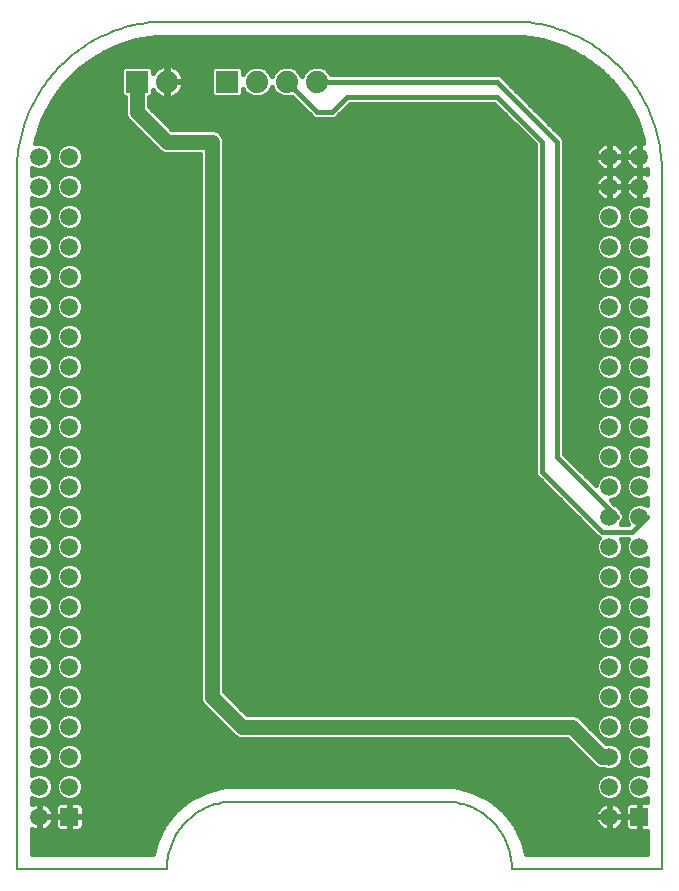
<source format=gtl>
G75*
%MOIN*%
%OFA0B0*%
%FSLAX24Y24*%
%IPPOS*%
%LPD*%
%AMOC8*
5,1,8,0,0,1.08239X$1,22.5*
%
%ADD10C,0.0050*%
%ADD11R,0.0594X0.0594*%
%ADD12C,0.0594*%
%ADD13R,0.0740X0.0740*%
%ADD14C,0.0740*%
%ADD15C,0.0160*%
%ADD16C,0.0500*%
D10*
X000500Y006250D02*
X005500Y006250D01*
X005502Y006343D01*
X005508Y006436D01*
X005517Y006528D01*
X005531Y006620D01*
X005548Y006712D01*
X005569Y006802D01*
X005594Y006892D01*
X005622Y006981D01*
X005654Y007068D01*
X005690Y007154D01*
X005729Y007238D01*
X005771Y007321D01*
X005817Y007402D01*
X005866Y007481D01*
X005919Y007557D01*
X005974Y007632D01*
X006033Y007704D01*
X006095Y007774D01*
X006159Y007841D01*
X006226Y007905D01*
X006296Y007967D01*
X006368Y008026D01*
X006443Y008081D01*
X006519Y008134D01*
X006598Y008183D01*
X006679Y008229D01*
X006762Y008271D01*
X006846Y008310D01*
X006932Y008346D01*
X007019Y008378D01*
X007108Y008406D01*
X007198Y008431D01*
X007288Y008452D01*
X007380Y008469D01*
X007472Y008483D01*
X007564Y008492D01*
X007657Y008498D01*
X007750Y008500D01*
X014750Y008500D01*
X014843Y008498D01*
X014936Y008492D01*
X015028Y008483D01*
X015120Y008469D01*
X015212Y008452D01*
X015302Y008431D01*
X015392Y008406D01*
X015481Y008378D01*
X015568Y008346D01*
X015654Y008310D01*
X015738Y008271D01*
X015821Y008229D01*
X015902Y008183D01*
X015981Y008134D01*
X016057Y008081D01*
X016132Y008026D01*
X016204Y007967D01*
X016274Y007905D01*
X016341Y007841D01*
X016405Y007774D01*
X016467Y007704D01*
X016526Y007632D01*
X016581Y007557D01*
X016634Y007481D01*
X016683Y007402D01*
X016729Y007321D01*
X016771Y007238D01*
X016810Y007154D01*
X016846Y007068D01*
X016878Y006981D01*
X016906Y006892D01*
X016931Y006802D01*
X016952Y006712D01*
X016969Y006620D01*
X016983Y006528D01*
X016992Y006436D01*
X016998Y006343D01*
X017000Y006250D01*
X022000Y006250D01*
X022000Y029500D01*
X021998Y029640D01*
X021992Y029780D01*
X021982Y029920D01*
X021969Y030060D01*
X021951Y030199D01*
X021929Y030338D01*
X021904Y030475D01*
X021875Y030613D01*
X021842Y030749D01*
X021805Y030884D01*
X021764Y031018D01*
X021719Y031151D01*
X021671Y031283D01*
X021619Y031413D01*
X021564Y031542D01*
X021505Y031669D01*
X021442Y031795D01*
X021376Y031919D01*
X021307Y032040D01*
X021234Y032160D01*
X021157Y032278D01*
X021078Y032393D01*
X020995Y032507D01*
X020909Y032617D01*
X020820Y032726D01*
X020728Y032832D01*
X020633Y032935D01*
X020536Y033036D01*
X020435Y033133D01*
X020332Y033228D01*
X020226Y033320D01*
X020117Y033409D01*
X020007Y033495D01*
X019893Y033578D01*
X019778Y033657D01*
X019660Y033734D01*
X019540Y033807D01*
X019419Y033876D01*
X019295Y033942D01*
X019169Y034005D01*
X019042Y034064D01*
X018913Y034119D01*
X018783Y034171D01*
X018651Y034219D01*
X018518Y034264D01*
X018384Y034305D01*
X018249Y034342D01*
X018113Y034375D01*
X017975Y034404D01*
X017838Y034429D01*
X017699Y034451D01*
X017560Y034469D01*
X017420Y034482D01*
X017280Y034492D01*
X017140Y034498D01*
X017000Y034500D01*
X005500Y034500D01*
X005360Y034498D01*
X005220Y034492D01*
X005080Y034482D01*
X004940Y034469D01*
X004801Y034451D01*
X004662Y034429D01*
X004525Y034404D01*
X004387Y034375D01*
X004251Y034342D01*
X004116Y034305D01*
X003982Y034264D01*
X003849Y034219D01*
X003717Y034171D01*
X003587Y034119D01*
X003458Y034064D01*
X003331Y034005D01*
X003205Y033942D01*
X003081Y033876D01*
X002960Y033807D01*
X002840Y033734D01*
X002722Y033657D01*
X002607Y033578D01*
X002493Y033495D01*
X002383Y033409D01*
X002274Y033320D01*
X002168Y033228D01*
X002065Y033133D01*
X001964Y033036D01*
X001867Y032935D01*
X001772Y032832D01*
X001680Y032726D01*
X001591Y032617D01*
X001505Y032507D01*
X001422Y032393D01*
X001343Y032278D01*
X001266Y032160D01*
X001193Y032040D01*
X001124Y031919D01*
X001058Y031795D01*
X000995Y031669D01*
X000936Y031542D01*
X000881Y031413D01*
X000829Y031283D01*
X000781Y031151D01*
X000736Y031018D01*
X000695Y030884D01*
X000658Y030749D01*
X000625Y030613D01*
X000596Y030475D01*
X000571Y030338D01*
X000549Y030199D01*
X000531Y030060D01*
X000518Y029920D01*
X000508Y029780D01*
X000502Y029640D01*
X000500Y029500D01*
X000500Y006250D01*
D11*
X002250Y008000D03*
X021250Y008000D03*
D12*
X021250Y009000D03*
X021250Y010000D03*
X021250Y011000D03*
X021250Y012000D03*
X021250Y013000D03*
X021250Y014000D03*
X021250Y015000D03*
X021250Y016000D03*
X021250Y017000D03*
X021250Y018000D03*
X021250Y019000D03*
X021250Y020000D03*
X021250Y021000D03*
X021250Y022000D03*
X021250Y023000D03*
X021250Y024000D03*
X021250Y025000D03*
X021250Y026000D03*
X021250Y027000D03*
X021250Y028000D03*
X021250Y029000D03*
X021250Y030000D03*
X020250Y030000D03*
X020250Y029000D03*
X020250Y028000D03*
X020250Y027000D03*
X020250Y026000D03*
X020250Y025000D03*
X020250Y024000D03*
X020250Y023000D03*
X020250Y022000D03*
X020250Y021000D03*
X020250Y020000D03*
X020250Y019000D03*
X020250Y018000D03*
X020250Y017000D03*
X020250Y016000D03*
X020250Y015000D03*
X020250Y014000D03*
X020250Y013000D03*
X020250Y012000D03*
X020250Y011000D03*
X020250Y010000D03*
X020250Y009000D03*
X020250Y008000D03*
X002250Y009000D03*
X002250Y010000D03*
X002250Y011000D03*
X002250Y012000D03*
X002250Y013000D03*
X002250Y014000D03*
X002250Y015000D03*
X002250Y016000D03*
X002250Y017000D03*
X002250Y018000D03*
X002250Y019000D03*
X002250Y020000D03*
X002250Y021000D03*
X002250Y022000D03*
X002250Y023000D03*
X002250Y024000D03*
X002250Y025000D03*
X002250Y026000D03*
X002250Y027000D03*
X002250Y028000D03*
X002250Y029000D03*
X002250Y030000D03*
X001250Y030000D03*
X001250Y029000D03*
X001250Y028000D03*
X001250Y027000D03*
X001250Y026000D03*
X001250Y025000D03*
X001250Y024000D03*
X001250Y023000D03*
X001250Y022000D03*
X001250Y021000D03*
X001250Y020000D03*
X001250Y019000D03*
X001250Y018000D03*
X001250Y017000D03*
X001250Y016000D03*
X001250Y015000D03*
X001250Y014000D03*
X001250Y013000D03*
X001250Y012000D03*
X001250Y011000D03*
X001250Y010000D03*
X001250Y009000D03*
X001250Y008000D03*
D13*
X004500Y032500D03*
X007500Y032500D03*
D14*
X008500Y032500D03*
X009500Y032500D03*
X010500Y032500D03*
X005500Y032500D03*
D15*
X005520Y032517D02*
X006970Y032517D01*
X006970Y032359D02*
X006032Y032359D01*
X006036Y032371D02*
X006050Y032457D01*
X006050Y032480D01*
X005520Y032480D01*
X005520Y032520D01*
X006050Y032520D01*
X006050Y032543D01*
X006036Y032629D01*
X006010Y032711D01*
X005970Y032788D01*
X005920Y032858D01*
X005858Y032920D01*
X005788Y032970D01*
X005711Y033010D01*
X005629Y033036D01*
X005543Y033050D01*
X005520Y033050D01*
X005520Y032520D01*
X005480Y032520D01*
X005480Y033050D01*
X005457Y033050D01*
X005371Y033036D01*
X005289Y033010D01*
X005212Y032970D01*
X005142Y032920D01*
X005080Y032858D01*
X005030Y032789D01*
X005030Y032936D01*
X004936Y033030D01*
X004064Y033030D01*
X003970Y032936D01*
X003970Y032064D01*
X004064Y031970D01*
X004090Y031970D01*
X004090Y031418D01*
X004152Y031268D01*
X005152Y030268D01*
X005268Y030152D01*
X005418Y030090D01*
X006590Y030090D01*
X006590Y011918D01*
X006652Y011768D01*
X007652Y010768D01*
X007768Y010652D01*
X007918Y010590D01*
X018830Y010590D01*
X019768Y009652D01*
X019918Y009590D01*
X020046Y009590D01*
X020159Y009543D01*
X020341Y009543D01*
X020509Y009613D01*
X020637Y009741D01*
X020707Y009909D01*
X020707Y010091D01*
X020637Y010259D01*
X020509Y010387D01*
X020341Y010457D01*
X020159Y010457D01*
X020134Y010446D01*
X019232Y011348D01*
X019082Y011410D01*
X008170Y011410D01*
X007410Y012170D01*
X007410Y030582D01*
X007348Y030732D01*
X007232Y030848D01*
X007082Y030910D01*
X005670Y030910D01*
X004910Y031670D01*
X004910Y031970D01*
X004936Y031970D01*
X005030Y032064D01*
X005030Y032211D01*
X005080Y032142D01*
X005142Y032080D01*
X005212Y032030D01*
X005289Y031990D01*
X005371Y031964D01*
X005457Y031950D01*
X005480Y031950D01*
X005480Y032480D01*
X005520Y032480D01*
X005520Y031950D01*
X005543Y031950D01*
X005629Y031964D01*
X005711Y031990D01*
X005788Y032030D01*
X005858Y032080D01*
X005920Y032142D01*
X005970Y032212D01*
X006010Y032289D01*
X006036Y032371D01*
X005962Y032200D02*
X006970Y032200D01*
X006970Y032064D02*
X007064Y031970D01*
X007936Y031970D01*
X008030Y032064D01*
X008030Y032250D01*
X008051Y032200D01*
X008200Y032051D01*
X008395Y031970D01*
X008605Y031970D01*
X008800Y032051D01*
X008949Y032200D01*
X009000Y032322D01*
X009051Y032200D01*
X009200Y032051D01*
X009395Y031970D01*
X009605Y031970D01*
X009666Y031995D01*
X010364Y031297D01*
X010452Y031260D01*
X011048Y031260D01*
X011136Y031297D01*
X011203Y031364D01*
X011599Y031760D01*
X016401Y031760D01*
X017760Y030401D01*
X017760Y019452D01*
X017797Y019364D01*
X017864Y019297D01*
X019864Y017297D01*
X019890Y017286D01*
X019863Y017259D01*
X019793Y017091D01*
X019793Y016909D01*
X019863Y016741D01*
X019991Y016613D01*
X020159Y016543D01*
X020341Y016543D01*
X020509Y016613D01*
X020637Y016741D01*
X020707Y016909D01*
X020707Y017091D01*
X020637Y017259D01*
X020636Y017260D01*
X020864Y017260D01*
X020863Y017259D01*
X020793Y017091D01*
X020793Y016909D01*
X020863Y016741D01*
X020991Y016613D01*
X021159Y016543D01*
X021341Y016543D01*
X021495Y016607D01*
X021495Y016393D01*
X021341Y016457D01*
X021159Y016457D01*
X020991Y016387D01*
X020863Y016259D01*
X020793Y016091D01*
X020793Y015909D01*
X020863Y015741D01*
X020991Y015613D01*
X021159Y015543D01*
X021341Y015543D01*
X021495Y015607D01*
X021495Y015393D01*
X021341Y015457D01*
X021159Y015457D01*
X020991Y015387D01*
X020863Y015259D01*
X020793Y015091D01*
X020793Y014909D01*
X020863Y014741D01*
X020991Y014613D01*
X021159Y014543D01*
X021341Y014543D01*
X021495Y014607D01*
X021495Y014393D01*
X021341Y014457D01*
X021159Y014457D01*
X020991Y014387D01*
X020863Y014259D01*
X020793Y014091D01*
X020793Y013909D01*
X020863Y013741D01*
X020991Y013613D01*
X021159Y013543D01*
X021341Y013543D01*
X021495Y013607D01*
X021495Y013393D01*
X021341Y013457D01*
X021159Y013457D01*
X020991Y013387D01*
X020863Y013259D01*
X020793Y013091D01*
X020793Y012909D01*
X020863Y012741D01*
X020991Y012613D01*
X021159Y012543D01*
X021341Y012543D01*
X021495Y012607D01*
X021495Y012393D01*
X021341Y012457D01*
X021159Y012457D01*
X020991Y012387D01*
X020863Y012259D01*
X020793Y012091D01*
X020793Y011909D01*
X020863Y011741D01*
X020991Y011613D01*
X021159Y011543D01*
X021341Y011543D01*
X021495Y011607D01*
X021495Y011393D01*
X021341Y011457D01*
X021159Y011457D01*
X020991Y011387D01*
X020863Y011259D01*
X020793Y011091D01*
X020793Y010909D01*
X020863Y010741D01*
X020991Y010613D01*
X021159Y010543D01*
X021341Y010543D01*
X021495Y010607D01*
X021495Y010393D01*
X021341Y010457D01*
X021159Y010457D01*
X020991Y010387D01*
X020863Y010259D01*
X020793Y010091D01*
X020793Y009909D01*
X020863Y009741D01*
X020991Y009613D01*
X021159Y009543D01*
X021341Y009543D01*
X021495Y009607D01*
X021495Y009393D01*
X021341Y009457D01*
X021159Y009457D01*
X020991Y009387D01*
X020863Y009259D01*
X020793Y009091D01*
X020793Y008909D01*
X020863Y008741D01*
X020991Y008613D01*
X021159Y008543D01*
X021341Y008543D01*
X021495Y008607D01*
X021495Y008477D01*
X021268Y008477D01*
X021268Y008018D01*
X021232Y008018D01*
X021232Y007982D01*
X021268Y007982D01*
X021268Y007523D01*
X021495Y007523D01*
X021495Y006755D01*
X017461Y006755D01*
X017367Y007166D01*
X017097Y007725D01*
X016710Y008210D01*
X016225Y008597D01*
X015666Y008867D01*
X015666Y008867D01*
X015060Y009005D01*
X007440Y009005D01*
X006834Y008867D01*
X006275Y008597D01*
X005790Y008210D01*
X005403Y007725D01*
X005403Y007725D01*
X005133Y007166D01*
X005039Y006755D01*
X001005Y006755D01*
X001005Y007590D01*
X001067Y007558D01*
X001138Y007535D01*
X001212Y007523D01*
X001232Y007523D01*
X001232Y007982D01*
X001268Y007982D01*
X001268Y008018D01*
X001232Y008018D01*
X001232Y008477D01*
X001212Y008477D01*
X001138Y008465D01*
X001067Y008442D01*
X001005Y008410D01*
X001005Y008607D01*
X001159Y008543D01*
X001341Y008543D01*
X001509Y008613D01*
X001637Y008741D01*
X001707Y008909D01*
X001707Y009091D01*
X001637Y009259D01*
X001509Y009387D01*
X001341Y009457D01*
X001159Y009457D01*
X001005Y009393D01*
X001005Y009607D01*
X001159Y009543D01*
X001341Y009543D01*
X001509Y009613D01*
X001637Y009741D01*
X001707Y009909D01*
X001707Y010091D01*
X001637Y010259D01*
X001509Y010387D01*
X001341Y010457D01*
X001159Y010457D01*
X001005Y010393D01*
X001005Y010607D01*
X001159Y010543D01*
X001341Y010543D01*
X001509Y010613D01*
X001637Y010741D01*
X001707Y010909D01*
X001707Y011091D01*
X001637Y011259D01*
X001509Y011387D01*
X001341Y011457D01*
X001159Y011457D01*
X001005Y011393D01*
X001005Y011607D01*
X001159Y011543D01*
X001341Y011543D01*
X001509Y011613D01*
X001637Y011741D01*
X001707Y011909D01*
X001707Y012091D01*
X001637Y012259D01*
X001509Y012387D01*
X001341Y012457D01*
X001159Y012457D01*
X001005Y012393D01*
X001005Y012607D01*
X001159Y012543D01*
X001341Y012543D01*
X001509Y012613D01*
X001637Y012741D01*
X001707Y012909D01*
X001707Y013091D01*
X001637Y013259D01*
X001509Y013387D01*
X001341Y013457D01*
X001159Y013457D01*
X001005Y013393D01*
X001005Y013607D01*
X001159Y013543D01*
X001341Y013543D01*
X001509Y013613D01*
X001637Y013741D01*
X001707Y013909D01*
X001707Y014091D01*
X001637Y014259D01*
X001509Y014387D01*
X001341Y014457D01*
X001159Y014457D01*
X001005Y014393D01*
X001005Y014607D01*
X001159Y014543D01*
X001341Y014543D01*
X001509Y014613D01*
X001637Y014741D01*
X001707Y014909D01*
X001707Y015091D01*
X001637Y015259D01*
X001509Y015387D01*
X001341Y015457D01*
X001159Y015457D01*
X001005Y015393D01*
X001005Y015607D01*
X001159Y015543D01*
X001341Y015543D01*
X001509Y015613D01*
X001637Y015741D01*
X001707Y015909D01*
X001707Y016091D01*
X001637Y016259D01*
X001509Y016387D01*
X001341Y016457D01*
X001159Y016457D01*
X001005Y016393D01*
X001005Y016607D01*
X001159Y016543D01*
X001341Y016543D01*
X001509Y016613D01*
X001637Y016741D01*
X001707Y016909D01*
X001707Y017091D01*
X001637Y017259D01*
X001509Y017387D01*
X001341Y017457D01*
X001159Y017457D01*
X001005Y017393D01*
X001005Y017607D01*
X001159Y017543D01*
X001341Y017543D01*
X001509Y017613D01*
X001637Y017741D01*
X001707Y017909D01*
X001707Y018091D01*
X001637Y018259D01*
X001509Y018387D01*
X001341Y018457D01*
X001159Y018457D01*
X001005Y018393D01*
X001005Y018607D01*
X001159Y018543D01*
X001341Y018543D01*
X001509Y018613D01*
X001637Y018741D01*
X001707Y018909D01*
X001707Y019091D01*
X001637Y019259D01*
X001509Y019387D01*
X001341Y019457D01*
X001159Y019457D01*
X001005Y019393D01*
X001005Y019607D01*
X001159Y019543D01*
X001341Y019543D01*
X001509Y019613D01*
X001637Y019741D01*
X001707Y019909D01*
X001707Y020091D01*
X001637Y020259D01*
X001509Y020387D01*
X001341Y020457D01*
X001159Y020457D01*
X001005Y020393D01*
X001005Y020607D01*
X001159Y020543D01*
X001341Y020543D01*
X001509Y020613D01*
X001637Y020741D01*
X001707Y020909D01*
X001707Y021091D01*
X001637Y021259D01*
X001509Y021387D01*
X001341Y021457D01*
X001159Y021457D01*
X001005Y021393D01*
X001005Y021607D01*
X001159Y021543D01*
X001341Y021543D01*
X001509Y021613D01*
X001637Y021741D01*
X001707Y021909D01*
X001707Y022091D01*
X001637Y022259D01*
X001509Y022387D01*
X001341Y022457D01*
X001159Y022457D01*
X001005Y022393D01*
X001005Y022607D01*
X001159Y022543D01*
X001341Y022543D01*
X001509Y022613D01*
X001637Y022741D01*
X001707Y022909D01*
X001707Y023091D01*
X001637Y023259D01*
X001509Y023387D01*
X001341Y023457D01*
X001159Y023457D01*
X001005Y023393D01*
X001005Y023607D01*
X001159Y023543D01*
X001341Y023543D01*
X001509Y023613D01*
X001637Y023741D01*
X001707Y023909D01*
X001707Y024091D01*
X001637Y024259D01*
X001509Y024387D01*
X001341Y024457D01*
X001159Y024457D01*
X001005Y024393D01*
X001005Y024607D01*
X001159Y024543D01*
X001341Y024543D01*
X001509Y024613D01*
X001637Y024741D01*
X001707Y024909D01*
X001793Y024909D01*
X001863Y024741D01*
X001991Y024613D01*
X002159Y024543D01*
X002341Y024543D01*
X002509Y024613D01*
X002637Y024741D01*
X002707Y024909D01*
X006590Y024909D01*
X006590Y024751D02*
X002641Y024751D01*
X002707Y024909D02*
X002707Y025091D01*
X002637Y025259D01*
X002509Y025387D01*
X002341Y025457D01*
X002159Y025457D01*
X001991Y025387D01*
X001863Y025259D01*
X001793Y025091D01*
X001793Y024909D01*
X001707Y024909D02*
X001707Y025091D01*
X001637Y025259D01*
X001509Y025387D01*
X001341Y025457D01*
X001159Y025457D01*
X001005Y025393D01*
X001005Y025607D01*
X001159Y025543D01*
X001341Y025543D01*
X001509Y025613D01*
X001637Y025741D01*
X001707Y025909D01*
X001707Y026091D01*
X001637Y026259D01*
X001509Y026387D01*
X001341Y026457D01*
X001159Y026457D01*
X001005Y026393D01*
X001005Y026607D01*
X001159Y026543D01*
X001341Y026543D01*
X001509Y026613D01*
X001637Y026741D01*
X001707Y026909D01*
X001707Y027091D01*
X001637Y027259D01*
X001509Y027387D01*
X001341Y027457D01*
X001159Y027457D01*
X001005Y027393D01*
X001005Y027607D01*
X001159Y027543D01*
X001341Y027543D01*
X001509Y027613D01*
X001637Y027741D01*
X001707Y027909D01*
X001707Y028091D01*
X001637Y028259D01*
X001509Y028387D01*
X001341Y028457D01*
X001159Y028457D01*
X001005Y028393D01*
X001005Y028607D01*
X001159Y028543D01*
X001341Y028543D01*
X001509Y028613D01*
X001637Y028741D01*
X001707Y028909D01*
X001707Y029091D01*
X001637Y029259D01*
X001509Y029387D01*
X001341Y029457D01*
X001159Y029457D01*
X001005Y029393D01*
X001005Y029500D01*
X001009Y029605D01*
X001159Y029543D01*
X001341Y029543D01*
X001509Y029613D01*
X001637Y029741D01*
X001707Y029909D01*
X001707Y030091D01*
X001637Y030259D01*
X001509Y030387D01*
X001341Y030457D01*
X001159Y030457D01*
X001111Y030437D01*
X001129Y030549D01*
X001347Y031220D01*
X001667Y031849D01*
X002082Y032419D01*
X002581Y032918D01*
X003151Y033333D01*
X003780Y033653D01*
X004451Y033871D01*
X005147Y033981D01*
X005500Y033995D01*
X017000Y033995D01*
X017353Y033981D01*
X018049Y033871D01*
X018720Y033653D01*
X019349Y033333D01*
X019919Y032918D01*
X020418Y032419D01*
X020833Y031849D01*
X021153Y031220D01*
X021371Y030549D01*
X021385Y030457D01*
X021362Y030465D01*
X021288Y030477D01*
X021268Y030477D01*
X021268Y030018D01*
X021232Y030018D01*
X021232Y029982D01*
X020773Y029982D01*
X020773Y029962D01*
X020785Y029888D01*
X020808Y029817D01*
X020842Y029750D01*
X020886Y029689D01*
X020939Y029636D01*
X021000Y029592D01*
X021067Y029558D01*
X021138Y029535D01*
X021212Y029523D01*
X021232Y029523D01*
X021232Y029982D01*
X021268Y029982D01*
X021268Y029523D01*
X021288Y029523D01*
X021362Y029535D01*
X021433Y029558D01*
X021492Y029588D01*
X021495Y029500D01*
X021495Y029410D01*
X021433Y029442D01*
X021362Y029465D01*
X021288Y029477D01*
X021268Y029477D01*
X021268Y029018D01*
X021232Y029018D01*
X021232Y028982D01*
X021268Y028982D01*
X021268Y028523D01*
X021288Y028523D01*
X021362Y028535D01*
X021433Y028558D01*
X021495Y028590D01*
X021495Y028393D01*
X021341Y028457D01*
X021159Y028457D01*
X020991Y028387D01*
X020863Y028259D01*
X020793Y028091D01*
X020793Y027909D01*
X020863Y027741D01*
X020991Y027613D01*
X021159Y027543D01*
X021341Y027543D01*
X021495Y027607D01*
X021495Y027393D01*
X021341Y027457D01*
X021159Y027457D01*
X020991Y027387D01*
X020863Y027259D01*
X020793Y027091D01*
X020793Y026909D01*
X020863Y026741D01*
X020991Y026613D01*
X021159Y026543D01*
X021341Y026543D01*
X021495Y026607D01*
X021495Y026393D01*
X021341Y026457D01*
X021159Y026457D01*
X020991Y026387D01*
X020863Y026259D01*
X020793Y026091D01*
X020793Y025909D01*
X020863Y025741D01*
X020991Y025613D01*
X021159Y025543D01*
X021341Y025543D01*
X021495Y025607D01*
X021495Y025393D01*
X021341Y025457D01*
X021159Y025457D01*
X020991Y025387D01*
X020863Y025259D01*
X020793Y025091D01*
X020793Y024909D01*
X020707Y024909D01*
X020637Y024741D01*
X020509Y024613D01*
X020341Y024543D01*
X020159Y024543D01*
X019991Y024613D01*
X019863Y024741D01*
X019793Y024909D01*
X018740Y024909D01*
X018740Y024751D02*
X019859Y024751D01*
X019793Y024909D02*
X019793Y025091D01*
X019863Y025259D01*
X019991Y025387D01*
X020159Y025457D01*
X020341Y025457D01*
X020509Y025387D01*
X020637Y025259D01*
X020707Y025091D01*
X020707Y024909D01*
X020793Y024909D02*
X020863Y024741D01*
X020991Y024613D01*
X021159Y024543D01*
X021341Y024543D01*
X021495Y024607D01*
X021495Y024393D01*
X021341Y024457D01*
X021159Y024457D01*
X020991Y024387D01*
X020863Y024259D01*
X020793Y024091D01*
X020793Y023909D01*
X020863Y023741D01*
X020991Y023613D01*
X021159Y023543D01*
X021341Y023543D01*
X021495Y023607D01*
X021495Y023393D01*
X021341Y023457D01*
X021159Y023457D01*
X020991Y023387D01*
X020863Y023259D01*
X020793Y023091D01*
X020793Y022909D01*
X020863Y022741D01*
X020991Y022613D01*
X021159Y022543D01*
X021341Y022543D01*
X021495Y022607D01*
X021495Y022393D01*
X021341Y022457D01*
X021159Y022457D01*
X020991Y022387D01*
X020863Y022259D01*
X020793Y022091D01*
X020793Y021909D01*
X020863Y021741D01*
X020991Y021613D01*
X021159Y021543D01*
X021341Y021543D01*
X021495Y021607D01*
X021495Y021393D01*
X021341Y021457D01*
X021159Y021457D01*
X020991Y021387D01*
X020863Y021259D01*
X020793Y021091D01*
X020793Y020909D01*
X020863Y020741D01*
X020991Y020613D01*
X021159Y020543D01*
X021341Y020543D01*
X021495Y020607D01*
X021495Y020393D01*
X021341Y020457D01*
X021159Y020457D01*
X020991Y020387D01*
X020863Y020259D01*
X020793Y020091D01*
X020793Y019909D01*
X020863Y019741D01*
X020991Y019613D01*
X021159Y019543D01*
X021341Y019543D01*
X021495Y019607D01*
X021495Y019393D01*
X021341Y019457D01*
X021159Y019457D01*
X020991Y019387D01*
X020863Y019259D01*
X020793Y019091D01*
X020793Y018909D01*
X020863Y018741D01*
X020991Y018613D01*
X021159Y018543D01*
X021341Y018543D01*
X021495Y018607D01*
X021495Y018393D01*
X021341Y018457D01*
X021159Y018457D01*
X020991Y018387D01*
X020863Y018259D01*
X020793Y018091D01*
X020793Y017909D01*
X020863Y017741D01*
X020864Y017740D01*
X020636Y017740D01*
X020637Y017741D01*
X020677Y017838D01*
X020703Y017864D01*
X020740Y017952D01*
X020740Y018048D01*
X020703Y018136D01*
X020677Y018162D01*
X020637Y018259D01*
X020509Y018387D01*
X020412Y018427D01*
X020296Y018543D01*
X020341Y018543D01*
X020509Y018613D01*
X020637Y018741D01*
X020707Y018909D01*
X020707Y019091D01*
X020637Y019259D01*
X020509Y019387D01*
X020341Y019457D01*
X020159Y019457D01*
X019991Y019387D01*
X019863Y019259D01*
X019793Y019091D01*
X019793Y019046D01*
X018740Y020099D01*
X018740Y030548D01*
X018703Y030636D01*
X018636Y030703D01*
X016636Y032703D01*
X016548Y032740D01*
X010974Y032740D01*
X010949Y032800D01*
X010800Y032949D01*
X010605Y033030D01*
X010395Y033030D01*
X010200Y032949D01*
X010051Y032800D01*
X010000Y032678D01*
X009949Y032800D01*
X009800Y032949D01*
X009605Y033030D01*
X009395Y033030D01*
X009200Y032949D01*
X009051Y032800D01*
X009000Y032678D01*
X008949Y032800D01*
X008800Y032949D01*
X008605Y033030D01*
X008395Y033030D01*
X008200Y032949D01*
X008051Y032800D01*
X008030Y032750D01*
X008030Y032936D01*
X007936Y033030D01*
X007064Y033030D01*
X006970Y032936D01*
X006970Y032064D01*
X006992Y032042D02*
X005805Y032042D01*
X005520Y032042D02*
X005480Y032042D01*
X005480Y032200D02*
X005520Y032200D01*
X005520Y032359D02*
X005480Y032359D01*
X005480Y032676D02*
X005520Y032676D01*
X005520Y032834D02*
X005480Y032834D01*
X005480Y032993D02*
X005520Y032993D01*
X005745Y032993D02*
X007026Y032993D01*
X006970Y032834D02*
X005937Y032834D01*
X006021Y032676D02*
X006970Y032676D01*
X007974Y032993D02*
X008304Y032993D01*
X008085Y032834D02*
X008030Y032834D01*
X008030Y032200D02*
X008051Y032200D01*
X008008Y032042D02*
X008222Y032042D01*
X008778Y032042D02*
X009222Y032042D01*
X009051Y032200D02*
X008949Y032200D01*
X009500Y032500D02*
X010500Y031500D01*
X011000Y031500D01*
X011500Y032000D01*
X016500Y032000D01*
X018000Y030500D01*
X018000Y019500D01*
X020000Y017500D01*
X021000Y017500D01*
X021500Y018000D01*
X021495Y018411D02*
X021453Y018411D01*
X021495Y018569D02*
X021403Y018569D01*
X021097Y018569D02*
X020403Y018569D01*
X020453Y018411D02*
X021047Y018411D01*
X020860Y018252D02*
X020640Y018252D01*
X020721Y018094D02*
X020794Y018094D01*
X020793Y017935D02*
X020733Y017935D01*
X020652Y017777D02*
X020848Y017777D01*
X020500Y018000D02*
X018500Y020000D01*
X018500Y030500D01*
X016500Y032500D01*
X010500Y032500D01*
X010304Y032993D02*
X009696Y032993D01*
X009915Y032834D02*
X010085Y032834D01*
X010696Y032993D02*
X019817Y032993D01*
X020003Y032834D02*
X010915Y032834D01*
X011564Y031725D02*
X016436Y031725D01*
X016595Y031566D02*
X011405Y031566D01*
X011247Y031408D02*
X016753Y031408D01*
X016912Y031249D02*
X005331Y031249D01*
X005489Y031091D02*
X017070Y031091D01*
X017229Y030932D02*
X005648Y030932D01*
X005172Y031408D02*
X010253Y031408D01*
X010095Y031566D02*
X005014Y031566D01*
X004910Y031725D02*
X009936Y031725D01*
X009778Y031883D02*
X004910Y031883D01*
X005008Y032042D02*
X005195Y032042D01*
X005038Y032200D02*
X005030Y032200D01*
X005030Y032834D02*
X005063Y032834D01*
X004974Y032993D02*
X005255Y032993D01*
X004910Y033944D02*
X017590Y033944D01*
X018313Y033785D02*
X004187Y033785D01*
X003728Y033627D02*
X018772Y033627D01*
X019083Y033468D02*
X003417Y033468D01*
X003120Y033310D02*
X019380Y033310D01*
X019599Y033151D02*
X002901Y033151D01*
X002683Y032993D02*
X004026Y032993D01*
X003970Y032834D02*
X002497Y032834D01*
X002338Y032676D02*
X003970Y032676D01*
X003970Y032517D02*
X002180Y032517D01*
X002038Y032359D02*
X003970Y032359D01*
X003970Y032200D02*
X001923Y032200D01*
X001808Y032042D02*
X003992Y032042D01*
X004090Y031883D02*
X001692Y031883D01*
X001604Y031725D02*
X004090Y031725D01*
X004090Y031566D02*
X001523Y031566D01*
X001443Y031408D02*
X004095Y031408D01*
X004171Y031249D02*
X001362Y031249D01*
X001305Y031091D02*
X004330Y031091D01*
X004488Y030932D02*
X001254Y030932D01*
X001202Y030774D02*
X004647Y030774D01*
X004805Y030615D02*
X001151Y030615D01*
X001158Y030457D02*
X001114Y030457D01*
X001342Y030457D02*
X002158Y030457D01*
X002159Y030457D02*
X001991Y030387D01*
X001863Y030259D01*
X001793Y030091D01*
X001793Y029909D01*
X001863Y029741D01*
X001991Y029613D01*
X002159Y029543D01*
X002341Y029543D01*
X002509Y029613D01*
X002637Y029741D01*
X002707Y029909D01*
X002707Y030091D01*
X002637Y030259D01*
X002509Y030387D01*
X002341Y030457D01*
X002159Y030457D01*
X002342Y030457D02*
X004964Y030457D01*
X005122Y030298D02*
X002598Y030298D01*
X002687Y030140D02*
X005299Y030140D01*
X006590Y029981D02*
X002707Y029981D01*
X002671Y029823D02*
X006590Y029823D01*
X006590Y029664D02*
X002560Y029664D01*
X002509Y029387D02*
X002341Y029457D01*
X002159Y029457D01*
X001991Y029387D01*
X001863Y029259D01*
X001793Y029091D01*
X001793Y028909D01*
X001863Y028741D01*
X001991Y028613D01*
X002159Y028543D01*
X002341Y028543D01*
X002509Y028613D01*
X002637Y028741D01*
X002707Y028909D01*
X002707Y029091D01*
X002637Y029259D01*
X002509Y029387D01*
X002549Y029347D02*
X006590Y029347D01*
X006590Y029189D02*
X002666Y029189D01*
X002707Y029030D02*
X006590Y029030D01*
X006590Y028872D02*
X002691Y028872D01*
X002609Y028713D02*
X006590Y028713D01*
X006590Y028555D02*
X002368Y028555D01*
X002341Y028457D02*
X002159Y028457D01*
X001991Y028387D01*
X001863Y028259D01*
X001793Y028091D01*
X001793Y027909D01*
X001863Y027741D01*
X001991Y027613D01*
X002159Y027543D01*
X002341Y027543D01*
X002509Y027613D01*
X002637Y027741D01*
X002707Y027909D01*
X002707Y028091D01*
X002637Y028259D01*
X002509Y028387D01*
X002341Y028457D01*
X002488Y028396D02*
X006590Y028396D01*
X006590Y028238D02*
X002646Y028238D01*
X002707Y028079D02*
X006590Y028079D01*
X006590Y027921D02*
X002707Y027921D01*
X002646Y027762D02*
X006590Y027762D01*
X006590Y027604D02*
X002487Y027604D01*
X002369Y027445D02*
X006590Y027445D01*
X006590Y027287D02*
X002610Y027287D01*
X002637Y027259D02*
X002509Y027387D01*
X002341Y027457D01*
X002159Y027457D01*
X001991Y027387D01*
X001863Y027259D01*
X001793Y027091D01*
X001793Y026909D01*
X001863Y026741D01*
X001991Y026613D01*
X002159Y026543D01*
X002341Y026543D01*
X002509Y026613D01*
X002637Y026741D01*
X002707Y026909D01*
X002707Y027091D01*
X002637Y027259D01*
X002691Y027128D02*
X006590Y027128D01*
X006590Y026970D02*
X002707Y026970D01*
X002666Y026811D02*
X006590Y026811D01*
X006590Y026653D02*
X002549Y026653D01*
X002509Y026387D02*
X002341Y026457D01*
X002159Y026457D01*
X001991Y026387D01*
X001863Y026259D01*
X001793Y026091D01*
X001793Y025909D01*
X001863Y025741D01*
X001991Y025613D01*
X002159Y025543D01*
X002341Y025543D01*
X002509Y025613D01*
X002637Y025741D01*
X002707Y025909D01*
X002707Y026091D01*
X002637Y026259D01*
X002509Y026387D01*
X002561Y026336D02*
X006590Y026336D01*
X006590Y026494D02*
X001005Y026494D01*
X001549Y026653D02*
X001951Y026653D01*
X001834Y026811D02*
X001666Y026811D01*
X001707Y026970D02*
X001793Y026970D01*
X001809Y027128D02*
X001691Y027128D01*
X001610Y027287D02*
X001890Y027287D01*
X002131Y027445D02*
X001369Y027445D01*
X001487Y027604D02*
X002013Y027604D01*
X001854Y027762D02*
X001646Y027762D01*
X001707Y027921D02*
X001793Y027921D01*
X001793Y028079D02*
X001707Y028079D01*
X001646Y028238D02*
X001854Y028238D01*
X002012Y028396D02*
X001488Y028396D01*
X001368Y028555D02*
X002132Y028555D01*
X001891Y028713D02*
X001609Y028713D01*
X001691Y028872D02*
X001809Y028872D01*
X001793Y029030D02*
X001707Y029030D01*
X001666Y029189D02*
X001834Y029189D01*
X001951Y029347D02*
X001549Y029347D01*
X001560Y029664D02*
X001940Y029664D01*
X001829Y029823D02*
X001671Y029823D01*
X001707Y029981D02*
X001793Y029981D01*
X001813Y030140D02*
X001687Y030140D01*
X001598Y030298D02*
X001902Y030298D01*
X001005Y029506D02*
X006590Y029506D01*
X007306Y030774D02*
X017387Y030774D01*
X017546Y030615D02*
X007396Y030615D01*
X007410Y030457D02*
X017704Y030457D01*
X017760Y030298D02*
X007410Y030298D01*
X007410Y030140D02*
X017760Y030140D01*
X017760Y029981D02*
X007410Y029981D01*
X007410Y029823D02*
X017760Y029823D01*
X017760Y029664D02*
X007410Y029664D01*
X007410Y029506D02*
X017760Y029506D01*
X017760Y029347D02*
X007410Y029347D01*
X007410Y029189D02*
X017760Y029189D01*
X017760Y029030D02*
X007410Y029030D01*
X007410Y028872D02*
X017760Y028872D01*
X017760Y028713D02*
X007410Y028713D01*
X007410Y028555D02*
X017760Y028555D01*
X017760Y028396D02*
X007410Y028396D01*
X007410Y028238D02*
X017760Y028238D01*
X017760Y028079D02*
X007410Y028079D01*
X007410Y027921D02*
X017760Y027921D01*
X017760Y027762D02*
X007410Y027762D01*
X007410Y027604D02*
X017760Y027604D01*
X017760Y027445D02*
X007410Y027445D01*
X007410Y027287D02*
X017760Y027287D01*
X017760Y027128D02*
X007410Y027128D01*
X007410Y026970D02*
X017760Y026970D01*
X017760Y026811D02*
X007410Y026811D01*
X007410Y026653D02*
X017760Y026653D01*
X017760Y026494D02*
X007410Y026494D01*
X007410Y026336D02*
X017760Y026336D01*
X017760Y026177D02*
X007410Y026177D01*
X007410Y026019D02*
X017760Y026019D01*
X017760Y025860D02*
X007410Y025860D01*
X007410Y025702D02*
X017760Y025702D01*
X017760Y025543D02*
X007410Y025543D01*
X007410Y025385D02*
X017760Y025385D01*
X017760Y025226D02*
X007410Y025226D01*
X007410Y025068D02*
X017760Y025068D01*
X017760Y024909D02*
X007410Y024909D01*
X007410Y024751D02*
X017760Y024751D01*
X017760Y024592D02*
X007410Y024592D01*
X007410Y024434D02*
X017760Y024434D01*
X017760Y024275D02*
X007410Y024275D01*
X007410Y024117D02*
X017760Y024117D01*
X017760Y023958D02*
X007410Y023958D01*
X007410Y023800D02*
X017760Y023800D01*
X017760Y023641D02*
X007410Y023641D01*
X007410Y023483D02*
X017760Y023483D01*
X017760Y023324D02*
X007410Y023324D01*
X007410Y023166D02*
X017760Y023166D01*
X017760Y023007D02*
X007410Y023007D01*
X007410Y022849D02*
X017760Y022849D01*
X017760Y022690D02*
X007410Y022690D01*
X007410Y022532D02*
X017760Y022532D01*
X017760Y022373D02*
X007410Y022373D01*
X007410Y022215D02*
X017760Y022215D01*
X017760Y022056D02*
X007410Y022056D01*
X007410Y021898D02*
X017760Y021898D01*
X017760Y021739D02*
X007410Y021739D01*
X007410Y021581D02*
X017760Y021581D01*
X017760Y021422D02*
X007410Y021422D01*
X007410Y021264D02*
X017760Y021264D01*
X017760Y021105D02*
X007410Y021105D01*
X007410Y020947D02*
X017760Y020947D01*
X017760Y020788D02*
X007410Y020788D01*
X007410Y020630D02*
X017760Y020630D01*
X017760Y020471D02*
X007410Y020471D01*
X007410Y020313D02*
X017760Y020313D01*
X017760Y020154D02*
X007410Y020154D01*
X007410Y019996D02*
X017760Y019996D01*
X017760Y019837D02*
X007410Y019837D01*
X007410Y019679D02*
X017760Y019679D01*
X017760Y019520D02*
X007410Y019520D01*
X007410Y019362D02*
X017799Y019362D01*
X017958Y019203D02*
X007410Y019203D01*
X007410Y019045D02*
X018116Y019045D01*
X018275Y018886D02*
X007410Y018886D01*
X007410Y018728D02*
X018433Y018728D01*
X018592Y018569D02*
X007410Y018569D01*
X007410Y018411D02*
X018750Y018411D01*
X018909Y018252D02*
X007410Y018252D01*
X007410Y018094D02*
X019067Y018094D01*
X019226Y017935D02*
X007410Y017935D01*
X007410Y017777D02*
X019384Y017777D01*
X019543Y017618D02*
X007410Y017618D01*
X007410Y017460D02*
X019701Y017460D01*
X019860Y017301D02*
X007410Y017301D01*
X007410Y017143D02*
X019815Y017143D01*
X019793Y016984D02*
X007410Y016984D01*
X007410Y016826D02*
X019828Y016826D01*
X019937Y016667D02*
X007410Y016667D01*
X007410Y016509D02*
X021495Y016509D01*
X020954Y016350D02*
X020546Y016350D01*
X020509Y016387D02*
X020341Y016457D01*
X020159Y016457D01*
X019991Y016387D01*
X019863Y016259D01*
X019793Y016091D01*
X019793Y015909D01*
X019863Y015741D01*
X019991Y015613D01*
X020159Y015543D01*
X020341Y015543D01*
X020509Y015613D01*
X020637Y015741D01*
X020707Y015909D01*
X020707Y016091D01*
X020637Y016259D01*
X020509Y016387D01*
X020665Y016192D02*
X020835Y016192D01*
X020793Y016033D02*
X020707Y016033D01*
X020693Y015875D02*
X020807Y015875D01*
X020888Y015716D02*
X020612Y015716D01*
X020376Y015558D02*
X021124Y015558D01*
X021020Y015399D02*
X020480Y015399D01*
X020509Y015387D02*
X020341Y015457D01*
X020159Y015457D01*
X019991Y015387D01*
X019863Y015259D01*
X019793Y015091D01*
X019793Y014909D01*
X019863Y014741D01*
X019991Y014613D01*
X020159Y014543D01*
X020341Y014543D01*
X020509Y014613D01*
X020637Y014741D01*
X020707Y014909D01*
X020707Y015091D01*
X020637Y015259D01*
X020509Y015387D01*
X020645Y015241D02*
X020855Y015241D01*
X020793Y015082D02*
X020707Y015082D01*
X020707Y014924D02*
X020793Y014924D01*
X020853Y014765D02*
X020647Y014765D01*
X020494Y014607D02*
X021006Y014607D01*
X021138Y014448D02*
X020362Y014448D01*
X020341Y014457D02*
X020159Y014457D01*
X019991Y014387D01*
X019863Y014259D01*
X019793Y014091D01*
X019793Y013909D01*
X019863Y013741D01*
X019991Y013613D01*
X020159Y013543D01*
X020341Y013543D01*
X020509Y013613D01*
X020637Y013741D01*
X020707Y013909D01*
X020707Y014091D01*
X020637Y014259D01*
X020509Y014387D01*
X020341Y014457D01*
X020138Y014448D02*
X007410Y014448D01*
X007410Y014290D02*
X019893Y014290D01*
X019810Y014131D02*
X007410Y014131D01*
X007410Y013973D02*
X019793Y013973D01*
X019833Y013814D02*
X007410Y013814D01*
X007410Y013656D02*
X019948Y013656D01*
X019991Y013387D02*
X019863Y013259D01*
X019793Y013091D01*
X019793Y012909D01*
X019863Y012741D01*
X019991Y012613D01*
X020159Y012543D01*
X020341Y012543D01*
X020509Y012613D01*
X020637Y012741D01*
X020707Y012909D01*
X020707Y013091D01*
X020637Y013259D01*
X020509Y013387D01*
X020341Y013457D01*
X020159Y013457D01*
X019991Y013387D01*
X019942Y013339D02*
X007410Y013339D01*
X007410Y013497D02*
X021495Y013497D01*
X020948Y013656D02*
X020552Y013656D01*
X020667Y013814D02*
X020833Y013814D01*
X020793Y013973D02*
X020707Y013973D01*
X020690Y014131D02*
X020810Y014131D01*
X020893Y014290D02*
X020607Y014290D01*
X020006Y014607D02*
X007410Y014607D01*
X007410Y014765D02*
X019853Y014765D01*
X019793Y014924D02*
X007410Y014924D01*
X007410Y015082D02*
X019793Y015082D01*
X019855Y015241D02*
X007410Y015241D01*
X007410Y015399D02*
X020020Y015399D01*
X020124Y015558D02*
X007410Y015558D01*
X007410Y015716D02*
X019888Y015716D01*
X019807Y015875D02*
X007410Y015875D01*
X007410Y016033D02*
X019793Y016033D01*
X019835Y016192D02*
X007410Y016192D01*
X007410Y016350D02*
X019954Y016350D01*
X020563Y016667D02*
X020937Y016667D01*
X020828Y016826D02*
X020672Y016826D01*
X020707Y016984D02*
X020793Y016984D01*
X020815Y017143D02*
X020685Y017143D01*
X020624Y018728D02*
X020876Y018728D01*
X020803Y018886D02*
X020697Y018886D01*
X020707Y019045D02*
X020793Y019045D01*
X020840Y019203D02*
X020660Y019203D01*
X020535Y019362D02*
X020965Y019362D01*
X020925Y019679D02*
X020575Y019679D01*
X020637Y019741D02*
X020509Y019613D01*
X020341Y019543D01*
X020159Y019543D01*
X019991Y019613D01*
X019863Y019741D01*
X019793Y019909D01*
X019793Y020091D01*
X019863Y020259D01*
X019991Y020387D01*
X020159Y020457D01*
X020341Y020457D01*
X020509Y020387D01*
X020637Y020259D01*
X020707Y020091D01*
X020707Y019909D01*
X020637Y019741D01*
X020677Y019837D02*
X020823Y019837D01*
X020793Y019996D02*
X020707Y019996D01*
X020681Y020154D02*
X020819Y020154D01*
X020916Y020313D02*
X020584Y020313D01*
X020509Y020613D02*
X020341Y020543D01*
X020159Y020543D01*
X019991Y020613D01*
X019863Y020741D01*
X019793Y020909D01*
X019793Y021091D01*
X019863Y021259D01*
X019991Y021387D01*
X020159Y021457D01*
X020341Y021457D01*
X020509Y021387D01*
X020637Y021259D01*
X020707Y021091D01*
X020707Y020909D01*
X020637Y020741D01*
X020509Y020613D01*
X020526Y020630D02*
X020974Y020630D01*
X020843Y020788D02*
X020657Y020788D01*
X020707Y020947D02*
X020793Y020947D01*
X020799Y021105D02*
X020701Y021105D01*
X020633Y021264D02*
X020867Y021264D01*
X021075Y021422D02*
X020425Y021422D01*
X020341Y021543D02*
X020509Y021613D01*
X020637Y021741D01*
X020707Y021909D01*
X020707Y022091D01*
X020637Y022259D01*
X020509Y022387D01*
X020341Y022457D01*
X020159Y022457D01*
X019991Y022387D01*
X019863Y022259D01*
X019793Y022091D01*
X019793Y021909D01*
X019863Y021741D01*
X019991Y021613D01*
X020159Y021543D01*
X020341Y021543D01*
X020431Y021581D02*
X021069Y021581D01*
X020865Y021739D02*
X020635Y021739D01*
X020702Y021898D02*
X020798Y021898D01*
X020793Y022056D02*
X020707Y022056D01*
X020656Y022215D02*
X020844Y022215D01*
X020977Y022373D02*
X020523Y022373D01*
X020509Y022613D02*
X020341Y022543D01*
X020159Y022543D01*
X019991Y022613D01*
X019863Y022741D01*
X019793Y022909D01*
X019793Y023091D01*
X019863Y023259D01*
X019991Y023387D01*
X020159Y023457D01*
X020341Y023457D01*
X020509Y023387D01*
X020637Y023259D01*
X020707Y023091D01*
X020707Y022909D01*
X020637Y022741D01*
X020509Y022613D01*
X020586Y022690D02*
X020914Y022690D01*
X020818Y022849D02*
X020682Y022849D01*
X020707Y023007D02*
X020793Y023007D01*
X020824Y023166D02*
X020676Y023166D01*
X020572Y023324D02*
X020928Y023324D01*
X020963Y023641D02*
X020537Y023641D01*
X020509Y023613D02*
X020637Y023741D01*
X020707Y023909D01*
X020707Y024091D01*
X020637Y024259D01*
X020509Y024387D01*
X020341Y024457D01*
X020159Y024457D01*
X019991Y024387D01*
X019863Y024259D01*
X019793Y024091D01*
X019793Y023909D01*
X019863Y023741D01*
X019991Y023613D01*
X020159Y023543D01*
X020341Y023543D01*
X020509Y023613D01*
X020661Y023800D02*
X020839Y023800D01*
X020793Y023958D02*
X020707Y023958D01*
X020696Y024117D02*
X020804Y024117D01*
X020879Y024275D02*
X020621Y024275D01*
X020397Y024434D02*
X021103Y024434D01*
X021041Y024592D02*
X020459Y024592D01*
X020641Y024751D02*
X020859Y024751D01*
X020793Y025068D02*
X020707Y025068D01*
X020651Y025226D02*
X020849Y025226D01*
X020988Y025385D02*
X020512Y025385D01*
X020509Y025613D02*
X020637Y025741D01*
X020707Y025909D01*
X020707Y026091D01*
X020637Y026259D01*
X020509Y026387D01*
X020341Y026457D01*
X020159Y026457D01*
X019991Y026387D01*
X019863Y026259D01*
X019793Y026091D01*
X019793Y025909D01*
X019863Y025741D01*
X019991Y025613D01*
X020159Y025543D01*
X020341Y025543D01*
X020509Y025613D01*
X020598Y025702D02*
X020902Y025702D01*
X020813Y025860D02*
X020687Y025860D01*
X020707Y026019D02*
X020793Y026019D01*
X020829Y026177D02*
X020671Y026177D01*
X020561Y026336D02*
X020939Y026336D01*
X020951Y026653D02*
X020549Y026653D01*
X020509Y026613D02*
X020637Y026741D01*
X020707Y026909D01*
X020707Y027091D01*
X020637Y027259D01*
X020509Y027387D01*
X020341Y027457D01*
X020159Y027457D01*
X019991Y027387D01*
X019863Y027259D01*
X019793Y027091D01*
X019793Y026909D01*
X019863Y026741D01*
X019991Y026613D01*
X020159Y026543D01*
X020341Y026543D01*
X020509Y026613D01*
X020666Y026811D02*
X020834Y026811D01*
X020793Y026970D02*
X020707Y026970D01*
X020691Y027128D02*
X020809Y027128D01*
X020890Y027287D02*
X020610Y027287D01*
X020369Y027445D02*
X021131Y027445D01*
X021013Y027604D02*
X020487Y027604D01*
X020509Y027613D02*
X020637Y027741D01*
X020707Y027909D01*
X020707Y028091D01*
X020637Y028259D01*
X020509Y028387D01*
X020341Y028457D01*
X020159Y028457D01*
X019991Y028387D01*
X019863Y028259D01*
X019793Y028091D01*
X019793Y027909D01*
X019863Y027741D01*
X019991Y027613D01*
X020159Y027543D01*
X020341Y027543D01*
X020509Y027613D01*
X020646Y027762D02*
X020854Y027762D01*
X020793Y027921D02*
X020707Y027921D01*
X020707Y028079D02*
X020793Y028079D01*
X020854Y028238D02*
X020646Y028238D01*
X020488Y028396D02*
X021012Y028396D01*
X021067Y028558D02*
X021138Y028535D01*
X021212Y028523D01*
X021232Y028523D01*
X021232Y028982D01*
X020773Y028982D01*
X020773Y028962D01*
X020785Y028888D01*
X020808Y028817D01*
X020842Y028750D01*
X020886Y028689D01*
X020939Y028636D01*
X021000Y028592D01*
X021067Y028558D01*
X021078Y028555D02*
X020422Y028555D01*
X020433Y028558D02*
X020500Y028592D01*
X020561Y028636D01*
X020614Y028689D01*
X020658Y028750D01*
X020692Y028817D01*
X020715Y028888D01*
X020727Y028962D01*
X020727Y028982D01*
X020268Y028982D01*
X020268Y029018D01*
X020232Y029018D01*
X020232Y028982D01*
X019773Y028982D01*
X019773Y028962D01*
X019785Y028888D01*
X019808Y028817D01*
X019842Y028750D01*
X019886Y028689D01*
X019939Y028636D01*
X020000Y028592D01*
X020067Y028558D01*
X020138Y028535D01*
X020212Y028523D01*
X020232Y028523D01*
X020232Y028982D01*
X020268Y028982D01*
X020268Y028523D01*
X020288Y028523D01*
X020362Y028535D01*
X020433Y028558D01*
X020268Y028555D02*
X020232Y028555D01*
X020078Y028555D02*
X018740Y028555D01*
X018740Y028713D02*
X019869Y028713D01*
X019790Y028872D02*
X018740Y028872D01*
X018740Y029030D02*
X019773Y029030D01*
X019773Y029038D02*
X019773Y029018D01*
X020232Y029018D01*
X020232Y029477D01*
X020212Y029477D01*
X020138Y029465D01*
X020067Y029442D01*
X020000Y029408D01*
X019939Y029364D01*
X019886Y029311D01*
X019842Y029250D01*
X019808Y029183D01*
X019785Y029112D01*
X019773Y029038D01*
X019811Y029189D02*
X018740Y029189D01*
X018740Y029347D02*
X019923Y029347D01*
X020067Y029558D02*
X020138Y029535D01*
X020212Y029523D01*
X020232Y029523D01*
X020232Y029982D01*
X019773Y029982D01*
X019773Y029962D01*
X019785Y029888D01*
X019808Y029817D01*
X019842Y029750D01*
X019886Y029689D01*
X019939Y029636D01*
X020000Y029592D01*
X020067Y029558D01*
X019912Y029664D02*
X018740Y029664D01*
X018740Y029506D02*
X021495Y029506D01*
X021232Y029477D02*
X021212Y029477D01*
X021138Y029465D01*
X021067Y029442D01*
X021000Y029408D01*
X020939Y029364D01*
X020886Y029311D01*
X020842Y029250D01*
X020808Y029183D01*
X020785Y029112D01*
X020773Y029038D01*
X020773Y029018D01*
X021232Y029018D01*
X021232Y029477D01*
X021232Y029347D02*
X021268Y029347D01*
X021268Y029189D02*
X021232Y029189D01*
X021232Y029030D02*
X021268Y029030D01*
X021268Y028872D02*
X021232Y028872D01*
X021232Y028713D02*
X021268Y028713D01*
X021268Y028555D02*
X021232Y028555D01*
X021422Y028555D02*
X021495Y028555D01*
X021488Y028396D02*
X021495Y028396D01*
X020869Y028713D02*
X020631Y028713D01*
X020710Y028872D02*
X020790Y028872D01*
X020773Y029030D02*
X020727Y029030D01*
X020727Y029038D02*
X020715Y029112D01*
X020692Y029183D01*
X020658Y029250D01*
X020614Y029311D01*
X020561Y029364D01*
X020500Y029408D01*
X020433Y029442D01*
X020362Y029465D01*
X020288Y029477D01*
X020268Y029477D01*
X020268Y029018D01*
X020727Y029018D01*
X020727Y029038D01*
X020689Y029189D02*
X020811Y029189D01*
X020923Y029347D02*
X020577Y029347D01*
X020433Y029558D02*
X020362Y029535D01*
X020288Y029523D01*
X020268Y029523D01*
X020268Y029982D01*
X020268Y030018D01*
X020232Y030018D01*
X020232Y029982D01*
X020268Y029982D01*
X020727Y029982D01*
X020727Y029962D01*
X020715Y029888D01*
X020692Y029817D01*
X020658Y029750D01*
X020614Y029689D01*
X020561Y029636D01*
X020500Y029592D01*
X020433Y029558D01*
X020588Y029664D02*
X020912Y029664D01*
X020806Y029823D02*
X020694Y029823D01*
X020727Y029981D02*
X020773Y029981D01*
X020773Y030018D02*
X021232Y030018D01*
X021232Y030477D01*
X021212Y030477D01*
X021138Y030465D01*
X021067Y030442D01*
X021000Y030408D01*
X020939Y030364D01*
X020886Y030311D01*
X020842Y030250D01*
X020808Y030183D01*
X020785Y030112D01*
X020773Y030038D01*
X020773Y030018D01*
X020727Y030018D02*
X020727Y030038D01*
X020715Y030112D01*
X020692Y030183D01*
X020658Y030250D01*
X020614Y030311D01*
X020561Y030364D01*
X020500Y030408D01*
X020433Y030442D01*
X020362Y030465D01*
X020288Y030477D01*
X020268Y030477D01*
X020268Y030018D01*
X020727Y030018D01*
X020706Y030140D02*
X020794Y030140D01*
X020877Y030298D02*
X020623Y030298D01*
X020388Y030457D02*
X021112Y030457D01*
X021232Y030457D02*
X021268Y030457D01*
X021268Y030298D02*
X021232Y030298D01*
X021232Y030140D02*
X021268Y030140D01*
X021268Y029981D02*
X021232Y029981D01*
X021232Y029823D02*
X021268Y029823D01*
X021268Y029664D02*
X021232Y029664D01*
X021349Y030615D02*
X018712Y030615D01*
X018740Y030457D02*
X020112Y030457D01*
X020138Y030465D02*
X020067Y030442D01*
X020000Y030408D01*
X019939Y030364D01*
X019886Y030311D01*
X019842Y030250D01*
X019808Y030183D01*
X019785Y030112D01*
X019773Y030038D01*
X019773Y030018D01*
X020232Y030018D01*
X020232Y030477D01*
X020212Y030477D01*
X020138Y030465D01*
X020232Y030457D02*
X020268Y030457D01*
X020268Y030298D02*
X020232Y030298D01*
X020232Y030140D02*
X020268Y030140D01*
X020268Y029981D02*
X020232Y029981D01*
X020232Y029823D02*
X020268Y029823D01*
X020268Y029664D02*
X020232Y029664D01*
X020232Y029347D02*
X020268Y029347D01*
X020268Y029189D02*
X020232Y029189D01*
X020232Y029030D02*
X020268Y029030D01*
X020268Y028872D02*
X020232Y028872D01*
X020232Y028713D02*
X020268Y028713D01*
X020012Y028396D02*
X018740Y028396D01*
X018740Y028238D02*
X019854Y028238D01*
X019793Y028079D02*
X018740Y028079D01*
X018740Y027921D02*
X019793Y027921D01*
X019854Y027762D02*
X018740Y027762D01*
X018740Y027604D02*
X020013Y027604D01*
X020131Y027445D02*
X018740Y027445D01*
X018740Y027287D02*
X019890Y027287D01*
X019809Y027128D02*
X018740Y027128D01*
X018740Y026970D02*
X019793Y026970D01*
X019834Y026811D02*
X018740Y026811D01*
X018740Y026653D02*
X019951Y026653D01*
X019939Y026336D02*
X018740Y026336D01*
X018740Y026494D02*
X021495Y026494D01*
X021495Y025543D02*
X018740Y025543D01*
X018740Y025385D02*
X019988Y025385D01*
X019849Y025226D02*
X018740Y025226D01*
X018740Y025068D02*
X019793Y025068D01*
X020041Y024592D02*
X018740Y024592D01*
X018740Y024434D02*
X020103Y024434D01*
X019879Y024275D02*
X018740Y024275D01*
X018740Y024117D02*
X019804Y024117D01*
X019793Y023958D02*
X018740Y023958D01*
X018740Y023800D02*
X019839Y023800D01*
X019963Y023641D02*
X018740Y023641D01*
X018740Y023483D02*
X021495Y023483D01*
X021495Y024434D02*
X021397Y024434D01*
X021459Y024592D02*
X021495Y024592D01*
X021495Y022532D02*
X018740Y022532D01*
X018740Y022690D02*
X019914Y022690D01*
X019818Y022849D02*
X018740Y022849D01*
X018740Y023007D02*
X019793Y023007D01*
X019824Y023166D02*
X018740Y023166D01*
X018740Y023324D02*
X019928Y023324D01*
X019977Y022373D02*
X018740Y022373D01*
X018740Y022215D02*
X019844Y022215D01*
X019793Y022056D02*
X018740Y022056D01*
X018740Y021898D02*
X019798Y021898D01*
X019865Y021739D02*
X018740Y021739D01*
X018740Y021581D02*
X020069Y021581D01*
X020075Y021422D02*
X018740Y021422D01*
X018740Y021264D02*
X019867Y021264D01*
X019799Y021105D02*
X018740Y021105D01*
X018740Y020947D02*
X019793Y020947D01*
X019843Y020788D02*
X018740Y020788D01*
X018740Y020630D02*
X019974Y020630D01*
X019916Y020313D02*
X018740Y020313D01*
X018740Y020471D02*
X021495Y020471D01*
X021495Y021422D02*
X021425Y021422D01*
X021431Y021581D02*
X021495Y021581D01*
X021495Y019520D02*
X019319Y019520D01*
X019161Y019679D02*
X019925Y019679D01*
X019823Y019837D02*
X019002Y019837D01*
X018844Y019996D02*
X019793Y019996D01*
X019819Y020154D02*
X018740Y020154D01*
X019478Y019362D02*
X019965Y019362D01*
X019840Y019203D02*
X019636Y019203D01*
X021376Y015558D02*
X021495Y015558D01*
X021480Y015399D02*
X021495Y015399D01*
X021494Y014607D02*
X021495Y014607D01*
X021495Y014448D02*
X021362Y014448D01*
X020942Y013339D02*
X020558Y013339D01*
X020670Y013180D02*
X020830Y013180D01*
X020793Y013022D02*
X020707Y013022D01*
X020688Y012863D02*
X020812Y012863D01*
X020899Y012705D02*
X020601Y012705D01*
X020348Y012546D02*
X021152Y012546D01*
X021348Y012546D02*
X021495Y012546D01*
X020992Y012388D02*
X020508Y012388D01*
X020509Y012387D02*
X020341Y012457D01*
X020159Y012457D01*
X019991Y012387D01*
X019863Y012259D01*
X019793Y012091D01*
X019793Y011909D01*
X019863Y011741D01*
X019991Y011613D01*
X020159Y011543D01*
X020341Y011543D01*
X020509Y011613D01*
X020637Y011741D01*
X020707Y011909D01*
X020707Y012091D01*
X020637Y012259D01*
X020509Y012387D01*
X020650Y012229D02*
X020850Y012229D01*
X020793Y012071D02*
X020707Y012071D01*
X020707Y011912D02*
X020793Y011912D01*
X020858Y011754D02*
X020642Y011754D01*
X020466Y011595D02*
X021034Y011595D01*
X021110Y011437D02*
X020390Y011437D01*
X020341Y011457D02*
X020159Y011457D01*
X019991Y011387D01*
X019863Y011259D01*
X019793Y011091D01*
X019793Y010909D01*
X019863Y010741D01*
X019991Y010613D01*
X020159Y010543D01*
X020341Y010543D01*
X020509Y010613D01*
X020637Y010741D01*
X020707Y010909D01*
X020707Y011091D01*
X020637Y011259D01*
X020509Y011387D01*
X020341Y011457D01*
X020110Y011437D02*
X008143Y011437D01*
X007985Y011595D02*
X020034Y011595D01*
X019858Y011754D02*
X007826Y011754D01*
X007668Y011912D02*
X019793Y011912D01*
X019793Y012071D02*
X007509Y012071D01*
X007410Y012229D02*
X019850Y012229D01*
X019992Y012388D02*
X007410Y012388D01*
X007410Y012546D02*
X020152Y012546D01*
X019899Y012705D02*
X007410Y012705D01*
X007410Y012863D02*
X019812Y012863D01*
X019793Y013022D02*
X007410Y013022D01*
X007410Y013180D02*
X019830Y013180D01*
X019882Y011278D02*
X019302Y011278D01*
X019460Y011120D02*
X019805Y011120D01*
X019793Y010961D02*
X019619Y010961D01*
X019777Y010803D02*
X019837Y010803D01*
X019936Y010644D02*
X019960Y010644D01*
X020094Y010486D02*
X021495Y010486D01*
X020960Y010644D02*
X020540Y010644D01*
X020663Y010803D02*
X020837Y010803D01*
X020793Y010961D02*
X020707Y010961D01*
X020695Y011120D02*
X020805Y011120D01*
X020882Y011278D02*
X020618Y011278D01*
X020569Y010327D02*
X020931Y010327D01*
X020825Y010169D02*
X020675Y010169D01*
X020707Y010010D02*
X020793Y010010D01*
X020817Y009852D02*
X020683Y009852D01*
X020589Y009693D02*
X020911Y009693D01*
X020980Y009376D02*
X020520Y009376D01*
X020509Y009387D02*
X020341Y009457D01*
X020159Y009457D01*
X019991Y009387D01*
X019863Y009259D01*
X019793Y009091D01*
X019793Y008909D01*
X019863Y008741D01*
X019991Y008613D01*
X020159Y008543D01*
X020341Y008543D01*
X020509Y008613D01*
X020637Y008741D01*
X020707Y008909D01*
X020707Y009091D01*
X020637Y009259D01*
X020509Y009387D01*
X020654Y009218D02*
X020846Y009218D01*
X020793Y009059D02*
X020707Y009059D01*
X020703Y008901D02*
X020797Y008901D01*
X020862Y008742D02*
X020638Y008742D01*
X020438Y008584D02*
X021062Y008584D01*
X020929Y008477D02*
X020884Y008465D01*
X020843Y008441D01*
X020809Y008407D01*
X020785Y008366D01*
X020773Y008321D01*
X020773Y008018D01*
X021232Y008018D01*
X021232Y008477D01*
X020929Y008477D01*
X020827Y008425D02*
X020466Y008425D01*
X020433Y008442D02*
X020362Y008465D01*
X020288Y008477D01*
X020268Y008477D01*
X020268Y008018D01*
X020232Y008018D01*
X020232Y007982D01*
X019773Y007982D01*
X019773Y007962D01*
X019785Y007888D01*
X019808Y007817D01*
X019842Y007750D01*
X019886Y007689D01*
X019939Y007636D01*
X020000Y007592D01*
X020067Y007558D01*
X020138Y007535D01*
X020212Y007523D01*
X020232Y007523D01*
X020232Y007982D01*
X020268Y007982D01*
X020268Y008018D01*
X020727Y008018D01*
X020727Y008038D01*
X020715Y008112D01*
X020692Y008183D01*
X020658Y008250D01*
X020614Y008311D01*
X020561Y008364D01*
X020500Y008408D01*
X020433Y008442D01*
X020268Y008425D02*
X020232Y008425D01*
X020232Y008477D02*
X020212Y008477D01*
X020138Y008465D01*
X020067Y008442D01*
X020000Y008408D01*
X019939Y008364D01*
X019886Y008311D01*
X019842Y008250D01*
X019808Y008183D01*
X019785Y008112D01*
X019773Y008038D01*
X019773Y008018D01*
X020232Y008018D01*
X020232Y008477D01*
X020062Y008584D02*
X016243Y008584D01*
X016225Y008597D02*
X016225Y008597D01*
X016441Y008425D02*
X020034Y008425D01*
X019854Y008267D02*
X016640Y008267D01*
X016710Y008210D02*
X016710Y008210D01*
X016710Y008210D01*
X016792Y008108D02*
X019784Y008108D01*
X019775Y007950D02*
X016918Y007950D01*
X017045Y007791D02*
X019821Y007791D01*
X019945Y007633D02*
X017142Y007633D01*
X017097Y007725D02*
X017097Y007725D01*
X017218Y007474D02*
X021495Y007474D01*
X021495Y007316D02*
X017295Y007316D01*
X017367Y007166D02*
X017367Y007166D01*
X017369Y007157D02*
X021495Y007157D01*
X021495Y006999D02*
X017405Y006999D01*
X017441Y006840D02*
X021495Y006840D01*
X021232Y007523D02*
X020929Y007523D01*
X020884Y007535D01*
X020843Y007559D01*
X020809Y007593D01*
X020785Y007634D01*
X020773Y007679D01*
X020773Y007982D01*
X021232Y007982D01*
X021232Y007523D01*
X021232Y007633D02*
X021268Y007633D01*
X021268Y007791D02*
X021232Y007791D01*
X021232Y007950D02*
X021268Y007950D01*
X021268Y008108D02*
X021232Y008108D01*
X021232Y008267D02*
X021268Y008267D01*
X021268Y008425D02*
X021232Y008425D01*
X021438Y008584D02*
X021495Y008584D01*
X020773Y008267D02*
X020646Y008267D01*
X020716Y008108D02*
X020773Y008108D01*
X020727Y007982D02*
X020268Y007982D01*
X020268Y007523D01*
X020288Y007523D01*
X020362Y007535D01*
X020433Y007558D01*
X020500Y007592D01*
X020561Y007636D01*
X020614Y007689D01*
X020658Y007750D01*
X020692Y007817D01*
X020715Y007888D01*
X020727Y007962D01*
X020727Y007982D01*
X020725Y007950D02*
X020773Y007950D01*
X020773Y007791D02*
X020679Y007791D01*
X020786Y007633D02*
X020555Y007633D01*
X020268Y007633D02*
X020232Y007633D01*
X020232Y007791D02*
X020268Y007791D01*
X020268Y007950D02*
X020232Y007950D01*
X020232Y008108D02*
X020268Y008108D01*
X020268Y008267D02*
X020232Y008267D01*
X019862Y008742D02*
X015925Y008742D01*
X015518Y008901D02*
X019797Y008901D01*
X019793Y009059D02*
X002707Y009059D01*
X002707Y009091D02*
X002637Y009259D01*
X002509Y009387D01*
X002341Y009457D01*
X002159Y009457D01*
X001991Y009387D01*
X001863Y009259D01*
X001793Y009091D01*
X001793Y008909D01*
X001863Y008741D01*
X001991Y008613D01*
X002159Y008543D01*
X002341Y008543D01*
X002509Y008613D01*
X002637Y008741D01*
X002707Y008909D01*
X002707Y009091D01*
X002654Y009218D02*
X019846Y009218D01*
X019980Y009376D02*
X002520Y009376D01*
X002509Y009613D02*
X002637Y009741D01*
X002707Y009909D01*
X002707Y010091D01*
X002637Y010259D01*
X002509Y010387D01*
X002341Y010457D01*
X002159Y010457D01*
X001991Y010387D01*
X001863Y010259D01*
X001793Y010091D01*
X001793Y009909D01*
X001863Y009741D01*
X001991Y009613D01*
X002159Y009543D01*
X002341Y009543D01*
X002509Y009613D01*
X002589Y009693D02*
X019727Y009693D01*
X019569Y009852D02*
X002683Y009852D01*
X002707Y010010D02*
X019410Y010010D01*
X019252Y010169D02*
X002675Y010169D01*
X002569Y010327D02*
X019093Y010327D01*
X018935Y010486D02*
X001005Y010486D01*
X001540Y010644D02*
X001960Y010644D01*
X001991Y010613D02*
X002159Y010543D01*
X002341Y010543D01*
X002509Y010613D01*
X002637Y010741D01*
X002707Y010909D01*
X002707Y011091D01*
X002637Y011259D01*
X002509Y011387D01*
X002341Y011457D01*
X002159Y011457D01*
X001991Y011387D01*
X001863Y011259D01*
X001793Y011091D01*
X001793Y010909D01*
X001863Y010741D01*
X001991Y010613D01*
X001837Y010803D02*
X001663Y010803D01*
X001707Y010961D02*
X001793Y010961D01*
X001805Y011120D02*
X001695Y011120D01*
X001618Y011278D02*
X001882Y011278D01*
X002110Y011437D02*
X001390Y011437D01*
X001466Y011595D02*
X002034Y011595D01*
X001991Y011613D02*
X002159Y011543D01*
X002341Y011543D01*
X002509Y011613D01*
X002637Y011741D01*
X002707Y011909D01*
X002707Y012091D01*
X002637Y012259D01*
X002509Y012387D01*
X002341Y012457D01*
X002159Y012457D01*
X001991Y012387D01*
X001863Y012259D01*
X001793Y012091D01*
X001793Y011909D01*
X001863Y011741D01*
X001991Y011613D01*
X001858Y011754D02*
X001642Y011754D01*
X001707Y011912D02*
X001793Y011912D01*
X001793Y012071D02*
X001707Y012071D01*
X001650Y012229D02*
X001850Y012229D01*
X001992Y012388D02*
X001508Y012388D01*
X001348Y012546D02*
X002152Y012546D01*
X002159Y012543D02*
X002341Y012543D01*
X002509Y012613D01*
X002637Y012741D01*
X002707Y012909D01*
X002707Y013091D01*
X002637Y013259D01*
X002509Y013387D01*
X002341Y013457D01*
X002159Y013457D01*
X001991Y013387D01*
X001863Y013259D01*
X001793Y013091D01*
X001793Y012909D01*
X001863Y012741D01*
X001991Y012613D01*
X002159Y012543D01*
X002348Y012546D02*
X006590Y012546D01*
X006590Y012388D02*
X002508Y012388D01*
X002650Y012229D02*
X006590Y012229D01*
X006590Y012071D02*
X002707Y012071D01*
X002707Y011912D02*
X006593Y011912D01*
X006667Y011754D02*
X002642Y011754D01*
X002466Y011595D02*
X006825Y011595D01*
X006984Y011437D02*
X002390Y011437D01*
X002618Y011278D02*
X007142Y011278D01*
X007301Y011120D02*
X002695Y011120D01*
X002707Y010961D02*
X007459Y010961D01*
X007618Y010803D02*
X002663Y010803D01*
X002540Y010644D02*
X007788Y010644D01*
X006982Y008901D02*
X002703Y008901D01*
X002638Y008742D02*
X006575Y008742D01*
X006834Y008867D02*
X006834Y008867D01*
X006275Y008597D02*
X006275Y008597D01*
X006257Y008584D02*
X002438Y008584D01*
X002571Y008477D02*
X002268Y008477D01*
X002268Y008018D01*
X002232Y008018D01*
X002232Y008477D01*
X001929Y008477D01*
X001884Y008465D01*
X001843Y008441D01*
X001809Y008407D01*
X001785Y008366D01*
X001773Y008321D01*
X001773Y008018D01*
X002232Y008018D01*
X002232Y007982D01*
X002268Y007982D01*
X002268Y008018D01*
X002727Y008018D01*
X002727Y008321D01*
X002715Y008366D01*
X002691Y008407D01*
X002657Y008441D01*
X002616Y008465D01*
X002571Y008477D01*
X002673Y008425D02*
X006059Y008425D01*
X005860Y008267D02*
X002727Y008267D01*
X002727Y008108D02*
X005708Y008108D01*
X005790Y008210D02*
X005790Y008210D01*
X005582Y007950D02*
X002727Y007950D01*
X002727Y007982D02*
X002727Y007679D01*
X002715Y007634D01*
X002691Y007593D01*
X002657Y007559D01*
X002616Y007535D01*
X002571Y007523D01*
X002268Y007523D01*
X002268Y007982D01*
X002727Y007982D01*
X002727Y007791D02*
X005455Y007791D01*
X005358Y007633D02*
X002714Y007633D01*
X002268Y007633D02*
X002232Y007633D01*
X002232Y007523D02*
X002232Y007982D01*
X001773Y007982D01*
X001773Y007679D01*
X001785Y007634D01*
X001809Y007593D01*
X001843Y007559D01*
X001884Y007535D01*
X001929Y007523D01*
X002232Y007523D01*
X002232Y007791D02*
X002268Y007791D01*
X002268Y007950D02*
X002232Y007950D01*
X002232Y008108D02*
X002268Y008108D01*
X002268Y008267D02*
X002232Y008267D01*
X002232Y008425D02*
X002268Y008425D01*
X002062Y008584D02*
X001438Y008584D01*
X001362Y008465D02*
X001288Y008477D01*
X001268Y008477D01*
X001268Y008018D01*
X001727Y008018D01*
X001727Y008038D01*
X001715Y008112D01*
X001692Y008183D01*
X001658Y008250D01*
X001614Y008311D01*
X001561Y008364D01*
X001500Y008408D01*
X001433Y008442D01*
X001362Y008465D01*
X001268Y008425D02*
X001232Y008425D01*
X001232Y008267D02*
X001268Y008267D01*
X001268Y008108D02*
X001232Y008108D01*
X001268Y007982D02*
X001727Y007982D01*
X001727Y007962D01*
X001715Y007888D01*
X001692Y007817D01*
X001658Y007750D01*
X001614Y007689D01*
X001561Y007636D01*
X001500Y007592D01*
X001433Y007558D01*
X001362Y007535D01*
X001288Y007523D01*
X001268Y007523D01*
X001268Y007982D01*
X001268Y007950D02*
X001232Y007950D01*
X001232Y007791D02*
X001268Y007791D01*
X001268Y007633D02*
X001232Y007633D01*
X001005Y007474D02*
X005282Y007474D01*
X005205Y007316D02*
X001005Y007316D01*
X001005Y007157D02*
X005131Y007157D01*
X005095Y006999D02*
X001005Y006999D01*
X001005Y006840D02*
X005059Y006840D01*
X001786Y007633D02*
X001555Y007633D01*
X001679Y007791D02*
X001773Y007791D01*
X001773Y007950D02*
X001725Y007950D01*
X001716Y008108D02*
X001773Y008108D01*
X001773Y008267D02*
X001646Y008267D01*
X001466Y008425D02*
X001827Y008425D01*
X001862Y008742D02*
X001638Y008742D01*
X001703Y008901D02*
X001797Y008901D01*
X001793Y009059D02*
X001707Y009059D01*
X001654Y009218D02*
X001846Y009218D01*
X001980Y009376D02*
X001520Y009376D01*
X001589Y009693D02*
X001911Y009693D01*
X001817Y009852D02*
X001683Y009852D01*
X001707Y010010D02*
X001793Y010010D01*
X001825Y010169D02*
X001675Y010169D01*
X001569Y010327D02*
X001931Y010327D01*
X001110Y011437D02*
X001005Y011437D01*
X001005Y011595D02*
X001034Y011595D01*
X001005Y012546D02*
X001152Y012546D01*
X001601Y012705D02*
X001899Y012705D01*
X001812Y012863D02*
X001688Y012863D01*
X001707Y013022D02*
X001793Y013022D01*
X001830Y013180D02*
X001670Y013180D01*
X001558Y013339D02*
X001942Y013339D01*
X001991Y013613D02*
X002159Y013543D01*
X002341Y013543D01*
X002509Y013613D01*
X002637Y013741D01*
X002707Y013909D01*
X002707Y014091D01*
X002637Y014259D01*
X002509Y014387D01*
X002341Y014457D01*
X002159Y014457D01*
X001991Y014387D01*
X001863Y014259D01*
X001793Y014091D01*
X001793Y013909D01*
X001863Y013741D01*
X001991Y013613D01*
X001948Y013656D02*
X001552Y013656D01*
X001667Y013814D02*
X001833Y013814D01*
X001793Y013973D02*
X001707Y013973D01*
X001690Y014131D02*
X001810Y014131D01*
X001893Y014290D02*
X001607Y014290D01*
X001362Y014448D02*
X002138Y014448D01*
X002159Y014543D02*
X002341Y014543D01*
X002509Y014613D01*
X002637Y014741D01*
X002707Y014909D01*
X002707Y015091D01*
X002637Y015259D01*
X002509Y015387D01*
X002341Y015457D01*
X002159Y015457D01*
X001991Y015387D01*
X001863Y015259D01*
X001793Y015091D01*
X001793Y014909D01*
X001863Y014741D01*
X001991Y014613D01*
X002159Y014543D01*
X002006Y014607D02*
X001494Y014607D01*
X001647Y014765D02*
X001853Y014765D01*
X001793Y014924D02*
X001707Y014924D01*
X001707Y015082D02*
X001793Y015082D01*
X001855Y015241D02*
X001645Y015241D01*
X001480Y015399D02*
X002020Y015399D01*
X002124Y015558D02*
X001376Y015558D01*
X001124Y015558D02*
X001005Y015558D01*
X001005Y015399D02*
X001020Y015399D01*
X001005Y014607D02*
X001006Y014607D01*
X001005Y014448D02*
X001138Y014448D01*
X001005Y013497D02*
X006590Y013497D01*
X006590Y013339D02*
X002558Y013339D01*
X002670Y013180D02*
X006590Y013180D01*
X006590Y013022D02*
X002707Y013022D01*
X002688Y012863D02*
X006590Y012863D01*
X006590Y012705D02*
X002601Y012705D01*
X002552Y013656D02*
X006590Y013656D01*
X006590Y013814D02*
X002667Y013814D01*
X002707Y013973D02*
X006590Y013973D01*
X006590Y014131D02*
X002690Y014131D01*
X002607Y014290D02*
X006590Y014290D01*
X006590Y014448D02*
X002362Y014448D01*
X002494Y014607D02*
X006590Y014607D01*
X006590Y014765D02*
X002647Y014765D01*
X002707Y014924D02*
X006590Y014924D01*
X006590Y015082D02*
X002707Y015082D01*
X002645Y015241D02*
X006590Y015241D01*
X006590Y015399D02*
X002480Y015399D01*
X002376Y015558D02*
X006590Y015558D01*
X006590Y015716D02*
X002612Y015716D01*
X002637Y015741D02*
X002707Y015909D01*
X002707Y016091D01*
X002637Y016259D01*
X002509Y016387D01*
X002341Y016457D01*
X002159Y016457D01*
X001991Y016387D01*
X001863Y016259D01*
X001793Y016091D01*
X001793Y015909D01*
X001863Y015741D01*
X001991Y015613D01*
X002159Y015543D01*
X002341Y015543D01*
X002509Y015613D01*
X002637Y015741D01*
X002693Y015875D02*
X006590Y015875D01*
X006590Y016033D02*
X002707Y016033D01*
X002665Y016192D02*
X006590Y016192D01*
X006590Y016350D02*
X002546Y016350D01*
X002509Y016613D02*
X002637Y016741D01*
X002707Y016909D01*
X002707Y017091D01*
X002637Y017259D01*
X002509Y017387D01*
X002341Y017457D01*
X002159Y017457D01*
X001991Y017387D01*
X001863Y017259D01*
X001793Y017091D01*
X001793Y016909D01*
X001863Y016741D01*
X001991Y016613D01*
X002159Y016543D01*
X002341Y016543D01*
X002509Y016613D01*
X002563Y016667D02*
X006590Y016667D01*
X006590Y016509D02*
X001005Y016509D01*
X001546Y016350D02*
X001954Y016350D01*
X001835Y016192D02*
X001665Y016192D01*
X001707Y016033D02*
X001793Y016033D01*
X001807Y015875D02*
X001693Y015875D01*
X001612Y015716D02*
X001888Y015716D01*
X001937Y016667D02*
X001563Y016667D01*
X001672Y016826D02*
X001828Y016826D01*
X001793Y016984D02*
X001707Y016984D01*
X001685Y017143D02*
X001815Y017143D01*
X001905Y017301D02*
X001595Y017301D01*
X001514Y017618D02*
X001986Y017618D01*
X001991Y017613D02*
X002159Y017543D01*
X002341Y017543D01*
X002509Y017613D01*
X002637Y017741D01*
X002707Y017909D01*
X002707Y018091D01*
X002637Y018259D01*
X002509Y018387D01*
X002341Y018457D01*
X002159Y018457D01*
X001991Y018387D01*
X001863Y018259D01*
X001793Y018091D01*
X001793Y017909D01*
X001863Y017741D01*
X001991Y017613D01*
X001848Y017777D02*
X001652Y017777D01*
X001707Y017935D02*
X001793Y017935D01*
X001794Y018094D02*
X001706Y018094D01*
X001640Y018252D02*
X001860Y018252D01*
X002047Y018411D02*
X001453Y018411D01*
X001403Y018569D02*
X002097Y018569D01*
X002159Y018543D02*
X002341Y018543D01*
X002509Y018613D01*
X002637Y018741D01*
X002707Y018909D01*
X002707Y019091D01*
X002637Y019259D01*
X002509Y019387D01*
X002341Y019457D01*
X002159Y019457D01*
X001991Y019387D01*
X001863Y019259D01*
X001793Y019091D01*
X001793Y018909D01*
X001863Y018741D01*
X001991Y018613D01*
X002159Y018543D01*
X002403Y018569D02*
X006590Y018569D01*
X006590Y018411D02*
X002453Y018411D01*
X002640Y018252D02*
X006590Y018252D01*
X006590Y018094D02*
X002706Y018094D01*
X002707Y017935D02*
X006590Y017935D01*
X006590Y017777D02*
X002652Y017777D01*
X002514Y017618D02*
X006590Y017618D01*
X006590Y017460D02*
X001005Y017460D01*
X001005Y018411D02*
X001047Y018411D01*
X001005Y018569D02*
X001097Y018569D01*
X001535Y019362D02*
X001965Y019362D01*
X001840Y019203D02*
X001660Y019203D01*
X001707Y019045D02*
X001793Y019045D01*
X001803Y018886D02*
X001697Y018886D01*
X001624Y018728D02*
X001876Y018728D01*
X002159Y019543D02*
X001991Y019613D01*
X001863Y019741D01*
X001793Y019909D01*
X001793Y020091D01*
X001863Y020259D01*
X001991Y020387D01*
X002159Y020457D01*
X002341Y020457D01*
X002509Y020387D01*
X002637Y020259D01*
X002707Y020091D01*
X002707Y019909D01*
X002637Y019741D01*
X002509Y019613D01*
X002341Y019543D01*
X002159Y019543D01*
X001925Y019679D02*
X001575Y019679D01*
X001677Y019837D02*
X001823Y019837D01*
X001793Y019996D02*
X001707Y019996D01*
X001681Y020154D02*
X001819Y020154D01*
X001916Y020313D02*
X001584Y020313D01*
X001526Y020630D02*
X001974Y020630D01*
X001991Y020613D02*
X002159Y020543D01*
X002341Y020543D01*
X002509Y020613D01*
X002637Y020741D01*
X002707Y020909D01*
X002707Y021091D01*
X002637Y021259D01*
X002509Y021387D01*
X002341Y021457D01*
X002159Y021457D01*
X001991Y021387D01*
X001863Y021259D01*
X001793Y021091D01*
X001793Y020909D01*
X001863Y020741D01*
X001991Y020613D01*
X001843Y020788D02*
X001657Y020788D01*
X001707Y020947D02*
X001793Y020947D01*
X001799Y021105D02*
X001701Y021105D01*
X001633Y021264D02*
X001867Y021264D01*
X002075Y021422D02*
X001425Y021422D01*
X001431Y021581D02*
X002069Y021581D01*
X001991Y021613D02*
X002159Y021543D01*
X002341Y021543D01*
X002509Y021613D01*
X002637Y021741D01*
X002707Y021909D01*
X002707Y022091D01*
X002637Y022259D01*
X002509Y022387D01*
X002341Y022457D01*
X002159Y022457D01*
X001991Y022387D01*
X001863Y022259D01*
X001793Y022091D01*
X001793Y021909D01*
X001863Y021741D01*
X001991Y021613D01*
X001865Y021739D02*
X001635Y021739D01*
X001702Y021898D02*
X001798Y021898D01*
X001793Y022056D02*
X001707Y022056D01*
X001656Y022215D02*
X001844Y022215D01*
X001977Y022373D02*
X001523Y022373D01*
X001586Y022690D02*
X001914Y022690D01*
X001863Y022741D02*
X001991Y022613D01*
X002159Y022543D01*
X002341Y022543D01*
X002509Y022613D01*
X002637Y022741D01*
X002707Y022909D01*
X002707Y023091D01*
X002637Y023259D01*
X002509Y023387D01*
X002341Y023457D01*
X002159Y023457D01*
X001991Y023387D01*
X001863Y023259D01*
X001793Y023091D01*
X001793Y022909D01*
X001863Y022741D01*
X001818Y022849D02*
X001682Y022849D01*
X001707Y023007D02*
X001793Y023007D01*
X001824Y023166D02*
X001676Y023166D01*
X001572Y023324D02*
X001928Y023324D01*
X001991Y023613D02*
X002159Y023543D01*
X002341Y023543D01*
X002509Y023613D01*
X002637Y023741D01*
X002707Y023909D01*
X002707Y024091D01*
X002637Y024259D01*
X002509Y024387D01*
X002341Y024457D01*
X002159Y024457D01*
X001991Y024387D01*
X001863Y024259D01*
X001793Y024091D01*
X001793Y023909D01*
X001863Y023741D01*
X001991Y023613D01*
X001963Y023641D02*
X001537Y023641D01*
X001661Y023800D02*
X001839Y023800D01*
X001793Y023958D02*
X001707Y023958D01*
X001696Y024117D02*
X001804Y024117D01*
X001879Y024275D02*
X001621Y024275D01*
X001397Y024434D02*
X002103Y024434D01*
X002041Y024592D02*
X001459Y024592D01*
X001641Y024751D02*
X001859Y024751D01*
X001793Y025068D02*
X001707Y025068D01*
X001651Y025226D02*
X001849Y025226D01*
X001988Y025385D02*
X001512Y025385D01*
X001598Y025702D02*
X001902Y025702D01*
X001813Y025860D02*
X001687Y025860D01*
X001707Y026019D02*
X001793Y026019D01*
X001829Y026177D02*
X001671Y026177D01*
X001561Y026336D02*
X001939Y026336D01*
X002598Y025702D02*
X006590Y025702D01*
X006590Y025860D02*
X002687Y025860D01*
X002707Y026019D02*
X006590Y026019D01*
X006590Y026177D02*
X002671Y026177D01*
X002512Y025385D02*
X006590Y025385D01*
X006590Y025543D02*
X001005Y025543D01*
X001005Y024592D02*
X001041Y024592D01*
X001005Y024434D02*
X001103Y024434D01*
X001005Y023483D02*
X006590Y023483D01*
X006590Y023641D02*
X002537Y023641D01*
X002661Y023800D02*
X006590Y023800D01*
X006590Y023958D02*
X002707Y023958D01*
X002696Y024117D02*
X006590Y024117D01*
X006590Y024275D02*
X002621Y024275D01*
X002397Y024434D02*
X006590Y024434D01*
X006590Y024592D02*
X002459Y024592D01*
X002707Y025068D02*
X006590Y025068D01*
X006590Y025226D02*
X002651Y025226D01*
X002572Y023324D02*
X006590Y023324D01*
X006590Y023166D02*
X002676Y023166D01*
X002707Y023007D02*
X006590Y023007D01*
X006590Y022849D02*
X002682Y022849D01*
X002586Y022690D02*
X006590Y022690D01*
X006590Y022532D02*
X001005Y022532D01*
X001005Y021581D02*
X001069Y021581D01*
X001075Y021422D02*
X001005Y021422D01*
X001005Y020471D02*
X006590Y020471D01*
X006590Y020313D02*
X002584Y020313D01*
X002681Y020154D02*
X006590Y020154D01*
X006590Y019996D02*
X002707Y019996D01*
X002677Y019837D02*
X006590Y019837D01*
X006590Y019679D02*
X002575Y019679D01*
X002535Y019362D02*
X006590Y019362D01*
X006590Y019520D02*
X001005Y019520D01*
X002425Y021422D02*
X006590Y021422D01*
X006590Y021264D02*
X002633Y021264D01*
X002701Y021105D02*
X006590Y021105D01*
X006590Y020947D02*
X002707Y020947D01*
X002657Y020788D02*
X006590Y020788D01*
X006590Y020630D02*
X002526Y020630D01*
X002431Y021581D02*
X006590Y021581D01*
X006590Y021739D02*
X002635Y021739D01*
X002702Y021898D02*
X006590Y021898D01*
X006590Y022056D02*
X002707Y022056D01*
X002656Y022215D02*
X006590Y022215D01*
X006590Y022373D02*
X002523Y022373D01*
X002660Y019203D02*
X006590Y019203D01*
X006590Y019045D02*
X002707Y019045D01*
X002697Y018886D02*
X006590Y018886D01*
X006590Y018728D02*
X002624Y018728D01*
X002595Y017301D02*
X006590Y017301D01*
X006590Y017143D02*
X002685Y017143D01*
X002707Y016984D02*
X006590Y016984D01*
X006590Y016826D02*
X002672Y016826D01*
X001005Y009535D02*
X021495Y009535D01*
X021495Y011437D02*
X021390Y011437D01*
X021466Y011595D02*
X021495Y011595D01*
X019902Y025702D02*
X018740Y025702D01*
X018740Y025860D02*
X019813Y025860D01*
X019793Y026019D02*
X018740Y026019D01*
X018740Y026177D02*
X019829Y026177D01*
X021369Y027445D02*
X021495Y027445D01*
X021487Y027604D02*
X021495Y027604D01*
X019806Y029823D02*
X018740Y029823D01*
X018740Y029981D02*
X019773Y029981D01*
X019794Y030140D02*
X018740Y030140D01*
X018740Y030298D02*
X019877Y030298D01*
X020808Y031883D02*
X017456Y031883D01*
X017298Y032042D02*
X020692Y032042D01*
X020577Y032200D02*
X017139Y032200D01*
X016981Y032359D02*
X020462Y032359D01*
X020320Y032517D02*
X016822Y032517D01*
X016664Y032676D02*
X020162Y032676D01*
X020896Y031725D02*
X017615Y031725D01*
X017773Y031566D02*
X020977Y031566D01*
X021057Y031408D02*
X017932Y031408D01*
X018090Y031249D02*
X021138Y031249D01*
X021195Y031091D02*
X018249Y031091D01*
X018407Y030932D02*
X021246Y030932D01*
X021298Y030774D02*
X018566Y030774D01*
X009304Y032993D02*
X008696Y032993D01*
X008915Y032834D02*
X009085Y032834D01*
X001132Y028555D02*
X001005Y028555D01*
X001005Y028396D02*
X001012Y028396D01*
X001005Y027604D02*
X001013Y027604D01*
X001005Y027445D02*
X001131Y027445D01*
X001005Y008584D02*
X001062Y008584D01*
X001034Y008425D02*
X001005Y008425D01*
D16*
X007000Y012000D02*
X008000Y011000D01*
X019000Y011000D01*
X020000Y010000D01*
X007000Y012000D02*
X007000Y030500D01*
X005500Y030500D01*
X004500Y031500D01*
X004500Y032500D01*
M02*

</source>
